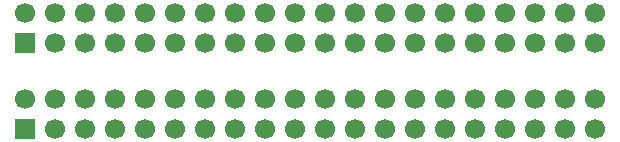
<source format=gbr>
G04 DipTrace 3.0.0.2*
G04 TopMask.gbr*
%MOMM*%
G04 #@! TF.FileFunction,Soldermask,Top*
G04 #@! TF.Part,Single*
%ADD18C,1.7*%
%ADD20R,1.7X1.7*%
%FSLAX35Y35*%
G04*
G71*
G90*
G75*
G01*
G04 TopMask*
%LPD*%
D20*
X165000Y164000D3*
D18*
Y418000D3*
X419000Y164000D3*
Y418000D3*
X673000Y164000D3*
Y418000D3*
X927000Y164000D3*
Y418000D3*
X1181000Y164000D3*
Y418000D3*
X1435000Y164000D3*
Y418000D3*
X1689000Y164000D3*
Y418000D3*
X1943000Y164000D3*
Y418000D3*
X2197000Y164000D3*
Y418000D3*
X2451000Y164000D3*
Y418000D3*
X2705000Y164000D3*
Y418000D3*
X2959000Y164000D3*
Y418000D3*
X3213000Y164000D3*
Y418000D3*
X3467000Y164000D3*
Y418000D3*
X3721000Y164000D3*
Y418000D3*
X3975000Y164000D3*
Y418000D3*
X4229000Y164000D3*
Y418000D3*
X4483000Y164000D3*
Y418000D3*
X4737000Y164000D3*
Y418000D3*
X4991000Y164000D3*
Y418000D3*
D20*
X166333Y888000D3*
D18*
Y1142000D3*
X420333Y888000D3*
Y1142000D3*
X674333Y888000D3*
Y1142000D3*
X928333Y888000D3*
Y1142000D3*
X1182333Y888000D3*
Y1142000D3*
X1436333Y888000D3*
Y1142000D3*
X1690333Y888000D3*
Y1142000D3*
X1944333Y888000D3*
Y1142000D3*
X2198333Y888000D3*
Y1142000D3*
X2452333Y888000D3*
Y1142000D3*
X2706333Y888000D3*
Y1142000D3*
X2960333Y888000D3*
Y1142000D3*
X3214333Y888000D3*
Y1142000D3*
X3468333Y888000D3*
Y1142000D3*
X3722333Y888000D3*
Y1142000D3*
X3976333Y888000D3*
Y1142000D3*
X4230333Y888000D3*
Y1142000D3*
X4484333Y888000D3*
Y1142000D3*
X4738333Y888000D3*
Y1142000D3*
X4992333Y888000D3*
Y1142000D3*
M02*

</source>
